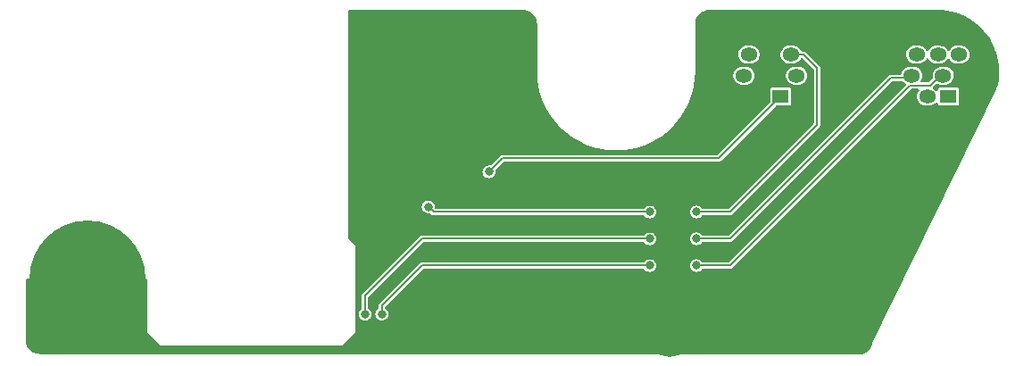
<source format=gbr>
%TF.GenerationSoftware,KiCad,Pcbnew,7.0.1-0*%
%TF.CreationDate,2023-05-18T00:20:13+08:00*%
%TF.ProjectId,FT817-BT-JDY67,46543831-372d-4425-942d-4a445936372e,20230517*%
%TF.SameCoordinates,Original*%
%TF.FileFunction,Copper,L2,Bot*%
%TF.FilePolarity,Positive*%
%FSLAX46Y46*%
G04 Gerber Fmt 4.6, Leading zero omitted, Abs format (unit mm)*
G04 Created by KiCad (PCBNEW 7.0.1-0) date 2023-05-18 00:20:13*
%MOMM*%
%LPD*%
G01*
G04 APERTURE LIST*
%TA.AperFunction,ComponentPad*%
%ADD10O,4.000000X1.800000*%
%TD*%
%TA.AperFunction,ComponentPad*%
%ADD11R,1.600000X1.300000*%
%TD*%
%TA.AperFunction,ComponentPad*%
%ADD12O,1.600000X1.300000*%
%TD*%
%TA.AperFunction,ComponentPad*%
%ADD13C,10.000000*%
%TD*%
%TA.AperFunction,ConnectorPad*%
%ADD14C,11.000000*%
%TD*%
%TA.AperFunction,ComponentPad*%
%ADD15C,3.100000*%
%TD*%
%TA.AperFunction,ConnectorPad*%
%ADD16C,4.700000*%
%TD*%
%TA.AperFunction,ViaPad*%
%ADD17C,0.800000*%
%TD*%
%TA.AperFunction,Conductor*%
%ADD18C,0.200000*%
%TD*%
G04 APERTURE END LIST*
D10*
%TO.P,J1009,*%
%TO.N,GND*%
X177840000Y-64815000D03*
D11*
%TO.P,J1009,1*%
%TO.N,+13.8V*%
X178840000Y-71615000D03*
D12*
%TO.P,J1009,2*%
%TO.N,TX GND*%
X176840000Y-71615000D03*
%TO.P,J1009,3*%
%TO.N,GND*%
X180340000Y-69615000D03*
%TO.P,J1009,4*%
%TO.N,TX D*%
X178340000Y-69615000D03*
%TO.P,J1009,5*%
%TO.N,RX D*%
X175340000Y-69615000D03*
%TO.P,J1009,6*%
%TO.N,BAND DATA*%
X179840000Y-67615000D03*
%TO.P,J1009,7*%
%TO.N,ALC*%
X177840000Y-67615000D03*
%TO.P,J1009,8*%
%TO.N,TX INH*%
X175840000Y-67615000D03*
%TD*%
D13*
%TO.P,H3,1,1*%
%TO.N,GND*%
X97155000Y-88900000D03*
D14*
X97155000Y-88900000D03*
%TD*%
D10*
%TO.P,J1010,*%
%TO.N,GND*%
X161925000Y-64815000D03*
D11*
%TO.P,J1010,1*%
%TO.N,DATA IN*%
X162925000Y-71615000D03*
D12*
%TO.P,J1010,2*%
%TO.N,GND*%
X160925000Y-71615000D03*
%TO.P,J1010,3*%
%TO.N,PTT*%
X164425000Y-69615000D03*
%TO.P,J1010,4*%
%TO.N,DATA OUT 9600bps*%
X159425000Y-69615000D03*
%TO.P,J1010,5*%
%TO.N,DATA OUT 1200bps*%
X163925000Y-67615000D03*
%TO.P,J1010,6*%
%TO.N,SQL*%
X159925000Y-67615000D03*
%TD*%
D15*
%TO.P,H2,1,1*%
%TO.N,GND*%
X152400000Y-93980000D03*
D16*
X152400000Y-93980000D03*
%TD*%
D15*
%TO.P,H1,1,1*%
%TO.N,GND*%
X134620000Y-66040000D03*
D16*
X134620000Y-66040000D03*
%TD*%
D17*
%TO.N,Net-(U1-TXD)*%
X150495000Y-85090000D03*
X123502000Y-92252000D03*
%TO.N,Net-(U1-RXD)*%
X125095000Y-92252000D03*
X150495000Y-87630000D03*
%TO.N,Net-(U1-MIC-P)*%
X150495000Y-82550000D03*
X129498000Y-82050000D03*
%TO.N,TX D*%
X154940000Y-87630000D03*
%TO.N,RX D*%
X154940000Y-85090000D03*
%TO.N,DATA IN*%
X135255000Y-78740000D03*
%TO.N,DATA OUT 1200bps*%
X154940000Y-82550000D03*
%TO.N,GND*%
X141605000Y-88900000D03*
X129540000Y-88900000D03*
X133350000Y-95250000D03*
X151765000Y-76200000D03*
X159385000Y-88900000D03*
X168275000Y-70485000D03*
X147955000Y-81280000D03*
X158750000Y-78105000D03*
X122555000Y-67945000D03*
X156210000Y-91440000D03*
X167640000Y-76835000D03*
X173355000Y-66675000D03*
X176530000Y-80010000D03*
X154940000Y-78740000D03*
X176530000Y-76200000D03*
X154305000Y-88900000D03*
X123825000Y-82550000D03*
X155575000Y-72390000D03*
X138430000Y-64770000D03*
X139065000Y-88900000D03*
X182245000Y-66675000D03*
X144780000Y-95427000D03*
X138430000Y-83820000D03*
X127635000Y-87630000D03*
X151130000Y-88900000D03*
X160020000Y-79375000D03*
X135255000Y-81280000D03*
X161925000Y-69215000D03*
X161290000Y-80645000D03*
X140970000Y-78740000D03*
X138430000Y-72390000D03*
X159385000Y-82550000D03*
X128270000Y-84455000D03*
X168275000Y-64770000D03*
X137160000Y-86360000D03*
X126365000Y-82550000D03*
X122555000Y-64135000D03*
X132715000Y-81280000D03*
X127000000Y-95250000D03*
X163830000Y-86360000D03*
X127000000Y-64135000D03*
X142875000Y-76200000D03*
X147955000Y-83820000D03*
X144780000Y-88900000D03*
X138430000Y-67945000D03*
X156845000Y-75565000D03*
X171450000Y-64770000D03*
X137795000Y-81280000D03*
X147955000Y-88900000D03*
X126365000Y-88900000D03*
X135890000Y-88900000D03*
X160655000Y-83820000D03*
X182880000Y-69215000D03*
X123825000Y-86995000D03*
X170815000Y-76200000D03*
X130175000Y-86360000D03*
X161925000Y-85090000D03*
X156845000Y-88900000D03*
X123825000Y-75565000D03*
X174625000Y-73660000D03*
X170815000Y-94615000D03*
X146050000Y-78740000D03*
X126365000Y-70485000D03*
X156845000Y-83820000D03*
X179070000Y-75565000D03*
X166370000Y-75565000D03*
X150495000Y-78740000D03*
X122555000Y-70485000D03*
X172085000Y-72390000D03*
X168275000Y-73025000D03*
X158750000Y-94615000D03*
X172720000Y-89535000D03*
X163830000Y-78105000D03*
X170180000Y-74295000D03*
X127635000Y-90805000D03*
X156845000Y-86360000D03*
X163830000Y-83185000D03*
X160020000Y-86995000D03*
X131445000Y-70485000D03*
X166370000Y-94615000D03*
X159385000Y-91440000D03*
X132080000Y-83820000D03*
X162560000Y-81915000D03*
X140335000Y-81280000D03*
X162560000Y-76835000D03*
X166370000Y-80645000D03*
X135255000Y-77470000D03*
X156845000Y-81280000D03*
X156210000Y-64770000D03*
X135255000Y-83820000D03*
X163195000Y-93980000D03*
X144780000Y-86360000D03*
X182245000Y-71755000D03*
X133985000Y-86360000D03*
X139700000Y-91440000D03*
X144780000Y-81280000D03*
X140335000Y-86360000D03*
X148590000Y-86360000D03*
X132080000Y-88900000D03*
X172085000Y-92075000D03*
X158750000Y-85725000D03*
X175260000Y-85090000D03*
X128905000Y-70485000D03*
X123190000Y-95250000D03*
X165100000Y-79375000D03*
X130175000Y-64135000D03*
X148590000Y-91440000D03*
X139700000Y-95250000D03*
X155575000Y-67945000D03*
X161290000Y-75565000D03*
X130810000Y-76835000D03*
X141605000Y-83820000D03*
X144780000Y-83820000D03*
X139700000Y-76200000D03*
%TD*%
D18*
%TO.N,Net-(U1-TXD)*%
X128905000Y-85090000D02*
X123502000Y-90493000D01*
X150495000Y-85090000D02*
X128905000Y-85090000D01*
X123502000Y-90493000D02*
X123502000Y-92252000D01*
%TO.N,Net-(U1-RXD)*%
X125095000Y-91440000D02*
X125095000Y-92252000D01*
X150495000Y-87630000D02*
X128905000Y-87630000D01*
X128905000Y-87630000D02*
X125095000Y-91440000D01*
%TO.N,Net-(U1-MIC-P)*%
X129998000Y-82550000D02*
X129498000Y-82050000D01*
X150495000Y-82550000D02*
X129998000Y-82550000D01*
%TO.N,TX D*%
X177085000Y-70565000D02*
X178035000Y-69615000D01*
X175180000Y-70565000D02*
X177085000Y-70565000D01*
X158115000Y-87630000D02*
X175180000Y-70565000D01*
X154940000Y-87630000D02*
X158115000Y-87630000D01*
%TO.N,RX D*%
X154940000Y-85090000D02*
X158115000Y-85090000D01*
X173355000Y-69850000D02*
X175105000Y-69850000D01*
X158115000Y-85090000D02*
X173355000Y-69850000D01*
%TO.N,DATA IN*%
X136525000Y-77470000D02*
X157070000Y-77470000D01*
X135255000Y-78740000D02*
X136525000Y-77470000D01*
X157070000Y-77470000D02*
X162925000Y-71615000D01*
%TO.N,DATA OUT 1200bps*%
X158115000Y-82550000D02*
X166370000Y-74295000D01*
X165087500Y-67615000D02*
X163925000Y-67615000D01*
X166370000Y-74295000D02*
X166370000Y-68897500D01*
X154940000Y-82550000D02*
X158115000Y-82550000D01*
X166370000Y-68897500D02*
X165087500Y-67615000D01*
%TD*%
%TA.AperFunction,Conductor*%
%TO.N,GND*%
G36*
X138434853Y-63365881D02*
G01*
X138639988Y-63382026D01*
X138659197Y-63385069D01*
X138854531Y-63431964D01*
X138873024Y-63437973D01*
X138997422Y-63489500D01*
X139058615Y-63514847D01*
X139075952Y-63523681D01*
X139247221Y-63628636D01*
X139262962Y-63640073D01*
X139415709Y-63770531D01*
X139429468Y-63784290D01*
X139559926Y-63937037D01*
X139571363Y-63952778D01*
X139676318Y-64124047D01*
X139685152Y-64141384D01*
X139762024Y-64326969D01*
X139768037Y-64345475D01*
X139814929Y-64540797D01*
X139817973Y-64560015D01*
X139834118Y-64765146D01*
X139834500Y-64774875D01*
X139834500Y-69482346D01*
X139872643Y-70015670D01*
X139948738Y-70544927D01*
X140062394Y-71067391D01*
X140213034Y-71580423D01*
X140399892Y-72081410D01*
X140622005Y-72567770D01*
X140878262Y-73037068D01*
X141167331Y-73486869D01*
X141487757Y-73914908D01*
X141837915Y-74319012D01*
X142215987Y-74697084D01*
X142215994Y-74697090D01*
X142618215Y-75045617D01*
X142620091Y-75047242D01*
X143048130Y-75367668D01*
X143497931Y-75656737D01*
X143967229Y-75912994D01*
X144453589Y-76135107D01*
X144453596Y-76135109D01*
X144453597Y-76135110D01*
X144954575Y-76321965D01*
X145467607Y-76472605D01*
X145685021Y-76519900D01*
X145990072Y-76586261D01*
X145990076Y-76586261D01*
X145990078Y-76586262D01*
X146519326Y-76662356D01*
X146919322Y-76690964D01*
X147052654Y-76700500D01*
X147052655Y-76700500D01*
X147587345Y-76700500D01*
X147587346Y-76700500D01*
X147717140Y-76691217D01*
X148120674Y-76662356D01*
X148649922Y-76586262D01*
X149172393Y-76472605D01*
X149685425Y-76321965D01*
X150186403Y-76135110D01*
X150186410Y-76135107D01*
X150672770Y-75912994D01*
X150827967Y-75828250D01*
X151142062Y-75656741D01*
X151591872Y-75367666D01*
X152019914Y-75047238D01*
X152424006Y-74697090D01*
X152802090Y-74319006D01*
X153152238Y-73914914D01*
X153472666Y-73486872D01*
X153761741Y-73037062D01*
X154017991Y-72567775D01*
X154017994Y-72567770D01*
X154240107Y-72081410D01*
X154240110Y-72081403D01*
X154426965Y-71580425D01*
X154577605Y-71067393D01*
X154691262Y-70544922D01*
X154767356Y-70015674D01*
X154799325Y-69568685D01*
X158420740Y-69568685D01*
X158430754Y-69753407D01*
X158480245Y-69931658D01*
X158566899Y-70095103D01*
X158686663Y-70236100D01*
X158833936Y-70348055D01*
X159001830Y-70425731D01*
X159001831Y-70425731D01*
X159001833Y-70425732D01*
X159182503Y-70465500D01*
X159621113Y-70465500D01*
X159621115Y-70465500D01*
X159704080Y-70456477D01*
X159758910Y-70450514D01*
X159934221Y-70391444D01*
X160092736Y-70296070D01*
X160227041Y-70168849D01*
X160330858Y-70015730D01*
X160399331Y-69843875D01*
X160429260Y-69661317D01*
X160424238Y-69568685D01*
X163420740Y-69568685D01*
X163430754Y-69753407D01*
X163480245Y-69931658D01*
X163566899Y-70095103D01*
X163686663Y-70236100D01*
X163833936Y-70348055D01*
X164001830Y-70425731D01*
X164001831Y-70425731D01*
X164001833Y-70425732D01*
X164182503Y-70465500D01*
X164621113Y-70465500D01*
X164621115Y-70465500D01*
X164704080Y-70456477D01*
X164758910Y-70450514D01*
X164934221Y-70391444D01*
X165092736Y-70296070D01*
X165227041Y-70168849D01*
X165330858Y-70015730D01*
X165399331Y-69843875D01*
X165429260Y-69661317D01*
X165419245Y-69476593D01*
X165369754Y-69298341D01*
X165283100Y-69134896D01*
X165163337Y-68993900D01*
X165152487Y-68985652D01*
X165016063Y-68881944D01*
X164848169Y-68804268D01*
X164667497Y-68764500D01*
X164228887Y-68764500D01*
X164228885Y-68764500D01*
X164091091Y-68779485D01*
X163915779Y-68838556D01*
X163757262Y-68933931D01*
X163622960Y-69061149D01*
X163519140Y-69214272D01*
X163450669Y-69386121D01*
X163435837Y-69476593D01*
X163421701Y-69562825D01*
X163420740Y-69568685D01*
X160424238Y-69568685D01*
X160419245Y-69476593D01*
X160369754Y-69298341D01*
X160283100Y-69134896D01*
X160163337Y-68993900D01*
X160152487Y-68985652D01*
X160016063Y-68881944D01*
X159848169Y-68804268D01*
X159667497Y-68764500D01*
X159228887Y-68764500D01*
X159228885Y-68764500D01*
X159091091Y-68779485D01*
X158915779Y-68838556D01*
X158757262Y-68933931D01*
X158622960Y-69061149D01*
X158519140Y-69214272D01*
X158450669Y-69386121D01*
X158435837Y-69476593D01*
X158421701Y-69562825D01*
X158420740Y-69568685D01*
X154799325Y-69568685D01*
X154800697Y-69549500D01*
X154805500Y-69482346D01*
X154805500Y-67568685D01*
X158920740Y-67568685D01*
X158930754Y-67753407D01*
X158980245Y-67931658D01*
X159066899Y-68095103D01*
X159186663Y-68236100D01*
X159333936Y-68348055D01*
X159501830Y-68425731D01*
X159501831Y-68425731D01*
X159501833Y-68425732D01*
X159682503Y-68465500D01*
X160121113Y-68465500D01*
X160121115Y-68465500D01*
X160190011Y-68458007D01*
X160258910Y-68450514D01*
X160434221Y-68391444D01*
X160592736Y-68296070D01*
X160727041Y-68168849D01*
X160830858Y-68015730D01*
X160899331Y-67843875D01*
X160929260Y-67661317D01*
X160919245Y-67476593D01*
X160885508Y-67355084D01*
X160869754Y-67298341D01*
X160783100Y-67134896D01*
X160663336Y-66993899D01*
X160516063Y-66881944D01*
X160348169Y-66804268D01*
X160167497Y-66764500D01*
X159728887Y-66764500D01*
X159728885Y-66764500D01*
X159591091Y-66779485D01*
X159415779Y-66838556D01*
X159257262Y-66933931D01*
X159122960Y-67061149D01*
X159019140Y-67214272D01*
X158950669Y-67386121D01*
X158920740Y-67568685D01*
X154805500Y-67568685D01*
X154805500Y-64774875D01*
X154805882Y-64765146D01*
X154808501Y-64731873D01*
X154822026Y-64560009D01*
X154825068Y-64540803D01*
X154871965Y-64345464D01*
X154877971Y-64326979D01*
X154954848Y-64141380D01*
X154963681Y-64124047D01*
X155045587Y-63990391D01*
X155068637Y-63952776D01*
X155080073Y-63937037D01*
X155210531Y-63784290D01*
X155224290Y-63770531D01*
X155377037Y-63640073D01*
X155392778Y-63628636D01*
X155564050Y-63523679D01*
X155581380Y-63514848D01*
X155766979Y-63437971D01*
X155785464Y-63431965D01*
X155980803Y-63385068D01*
X156000009Y-63382026D01*
X156205146Y-63365881D01*
X156214875Y-63365500D01*
X156275892Y-63365500D01*
X177734108Y-63365500D01*
X177797586Y-63365500D01*
X177802395Y-63365592D01*
X178248637Y-63382914D01*
X178258203Y-63383659D01*
X178699355Y-63435237D01*
X178708854Y-63436723D01*
X179144684Y-63522345D01*
X179154018Y-63524558D01*
X179581913Y-63643709D01*
X179591036Y-63646635D01*
X180008411Y-63798598D01*
X180017291Y-63802227D01*
X180421621Y-63986080D01*
X180430187Y-63990383D01*
X180819064Y-64205035D01*
X180827274Y-64209992D01*
X181198329Y-64454133D01*
X181206141Y-64459719D01*
X181557148Y-64731884D01*
X181564476Y-64738035D01*
X181893352Y-65036607D01*
X181900211Y-65043338D01*
X182204921Y-65366474D01*
X182211243Y-65373723D01*
X182489994Y-65719513D01*
X182495736Y-65727230D01*
X182746832Y-66093568D01*
X182751959Y-66101707D01*
X182973915Y-66486431D01*
X182978395Y-66494943D01*
X183126173Y-66804268D01*
X183169850Y-66895690D01*
X183173657Y-66904524D01*
X183234064Y-67061152D01*
X183331772Y-67314500D01*
X183333478Y-67318922D01*
X183336588Y-67328022D01*
X183352972Y-67382826D01*
X183463807Y-67753571D01*
X183466202Y-67762887D01*
X183560047Y-68196989D01*
X183561714Y-68206463D01*
X183621628Y-68646554D01*
X183622555Y-68656128D01*
X183648175Y-69099535D01*
X183648357Y-69109153D01*
X183639529Y-69553223D01*
X183638964Y-69562825D01*
X183595743Y-70004839D01*
X183594437Y-70014369D01*
X183517076Y-70451741D01*
X183515034Y-70461142D01*
X183414136Y-70851946D01*
X183405543Y-70875265D01*
X171652899Y-94994176D01*
X171644911Y-95008178D01*
X171631021Y-95029216D01*
X171623201Y-95052676D01*
X171620792Y-95058578D01*
X171611493Y-95087543D01*
X171608212Y-95096549D01*
X171537796Y-95268841D01*
X171530594Y-95283591D01*
X171439540Y-95442452D01*
X171430453Y-95456122D01*
X171319209Y-95601571D01*
X171308396Y-95613920D01*
X171178920Y-95743396D01*
X171166571Y-95754209D01*
X171021122Y-95865453D01*
X171007452Y-95874540D01*
X170848593Y-95965593D01*
X170833844Y-95972795D01*
X170742122Y-96010283D01*
X170695209Y-96019500D01*
X92714875Y-96019500D01*
X92705146Y-96019118D01*
X92500015Y-96002973D01*
X92480797Y-95999929D01*
X92285475Y-95953037D01*
X92266969Y-95947024D01*
X92081384Y-95870152D01*
X92064047Y-95861318D01*
X91892778Y-95756363D01*
X91877037Y-95744926D01*
X91724290Y-95614468D01*
X91710531Y-95600709D01*
X91580073Y-95447962D01*
X91568636Y-95432221D01*
X91463681Y-95260952D01*
X91454847Y-95243615D01*
X91441298Y-95210906D01*
X91377973Y-95058024D01*
X91371964Y-95039531D01*
X91325069Y-94844197D01*
X91322026Y-94824984D01*
X91316951Y-94760506D01*
X91305881Y-94619853D01*
X91305500Y-94610125D01*
X91305500Y-89024000D01*
X91322113Y-88962000D01*
X91367500Y-88916613D01*
X91429500Y-88900000D01*
X102746000Y-88900000D01*
X102808000Y-88916613D01*
X102853387Y-88962000D01*
X102870000Y-89024000D01*
X102870000Y-93980000D01*
X104140000Y-95250000D01*
X121285000Y-95250000D01*
X122555000Y-93980000D01*
X122555000Y-92251999D01*
X122896317Y-92251999D01*
X122916956Y-92408762D01*
X122977463Y-92554840D01*
X123073717Y-92680282D01*
X123199159Y-92776536D01*
X123345238Y-92837044D01*
X123502000Y-92857682D01*
X123658762Y-92837044D01*
X123804841Y-92776536D01*
X123930282Y-92680282D01*
X124026536Y-92554841D01*
X124087044Y-92408762D01*
X124107682Y-92252000D01*
X124107682Y-92251999D01*
X124489317Y-92251999D01*
X124509956Y-92408762D01*
X124570463Y-92554840D01*
X124666717Y-92680282D01*
X124792159Y-92776536D01*
X124938238Y-92837044D01*
X125095000Y-92857682D01*
X125251762Y-92837044D01*
X125397841Y-92776536D01*
X125523282Y-92680282D01*
X125619536Y-92554841D01*
X125680044Y-92408762D01*
X125700682Y-92252000D01*
X125680044Y-92095238D01*
X125619536Y-91949159D01*
X125523282Y-91823718D01*
X125444013Y-91762893D01*
X125408288Y-91719362D01*
X125395500Y-91664518D01*
X125395500Y-91615833D01*
X125404939Y-91568380D01*
X125431819Y-91528152D01*
X128993153Y-87966819D01*
X129033381Y-87939939D01*
X129080834Y-87930500D01*
X149907518Y-87930500D01*
X149962362Y-87943288D01*
X150005893Y-87979013D01*
X150066718Y-88058282D01*
X150192159Y-88154536D01*
X150338238Y-88215044D01*
X150495000Y-88235682D01*
X150651762Y-88215044D01*
X150797841Y-88154536D01*
X150923282Y-88058282D01*
X151019536Y-87932841D01*
X151080044Y-87786762D01*
X151100682Y-87630000D01*
X151100682Y-87629999D01*
X154334317Y-87629999D01*
X154354956Y-87786762D01*
X154415463Y-87932840D01*
X154511717Y-88058282D01*
X154637158Y-88154535D01*
X154637159Y-88154536D01*
X154783238Y-88215044D01*
X154940000Y-88235682D01*
X155096762Y-88215044D01*
X155242841Y-88154536D01*
X155368282Y-88058282D01*
X155429106Y-87979013D01*
X155472638Y-87943288D01*
X155527482Y-87930500D01*
X158045757Y-87930500D01*
X158062577Y-87933243D01*
X158072762Y-87932772D01*
X158072765Y-87932773D01*
X158119080Y-87930631D01*
X158124805Y-87930500D01*
X158143824Y-87930500D01*
X158158318Y-87928817D01*
X158184992Y-87927585D01*
X158191330Y-87924786D01*
X158218633Y-87916332D01*
X158225433Y-87915061D01*
X158248143Y-87900998D01*
X158263325Y-87892996D01*
X158287765Y-87882206D01*
X158292659Y-87877311D01*
X158315063Y-87859564D01*
X158320952Y-87855919D01*
X158337053Y-87834595D01*
X158348313Y-87821656D01*
X175268151Y-70901819D01*
X175308380Y-70874939D01*
X175355833Y-70865500D01*
X175936724Y-70865500D01*
X176000653Y-70883250D01*
X176046279Y-70931417D01*
X176060542Y-70996213D01*
X176039358Y-71059087D01*
X175934140Y-71214271D01*
X175865669Y-71386121D01*
X175835740Y-71568685D01*
X175845754Y-71753407D01*
X175895245Y-71931658D01*
X175981899Y-72095103D01*
X176101663Y-72236100D01*
X176248936Y-72348055D01*
X176416830Y-72425731D01*
X176416831Y-72425731D01*
X176416833Y-72425732D01*
X176597503Y-72465500D01*
X177036113Y-72465500D01*
X177036115Y-72465500D01*
X177105011Y-72458006D01*
X177173910Y-72450514D01*
X177349221Y-72391444D01*
X177507736Y-72296070D01*
X177630224Y-72180042D01*
X177679746Y-72151332D01*
X177736885Y-72147923D01*
X177789468Y-72170542D01*
X177826288Y-72214369D01*
X177839500Y-72270065D01*
X177839500Y-72284749D01*
X177851132Y-72343230D01*
X177895447Y-72409552D01*
X177961769Y-72453867D01*
X178020251Y-72465500D01*
X178020252Y-72465500D01*
X179659748Y-72465500D01*
X179659749Y-72465500D01*
X179688989Y-72459683D01*
X179718231Y-72453867D01*
X179784552Y-72409552D01*
X179828867Y-72343231D01*
X179840500Y-72284748D01*
X179840500Y-70945252D01*
X179828867Y-70886769D01*
X179805599Y-70851946D01*
X179784552Y-70820447D01*
X179718230Y-70776132D01*
X179659749Y-70764500D01*
X179659748Y-70764500D01*
X178020252Y-70764500D01*
X178020251Y-70764500D01*
X177961769Y-70776132D01*
X177895447Y-70820447D01*
X177851132Y-70886769D01*
X177839500Y-70945251D01*
X177839500Y-70963841D01*
X177825056Y-71021924D01*
X177785087Y-71066474D01*
X177728907Y-71087114D01*
X177669603Y-71079034D01*
X177620992Y-71044117D01*
X177578336Y-70993899D01*
X177431061Y-70881943D01*
X177429550Y-70881244D01*
X177383415Y-70844412D01*
X177359539Y-70790421D01*
X177363335Y-70731508D01*
X177393940Y-70681029D01*
X177672684Y-70402285D01*
X177714466Y-70374775D01*
X177763722Y-70366013D01*
X177812427Y-70377428D01*
X177916833Y-70425732D01*
X178097503Y-70465500D01*
X178536113Y-70465500D01*
X178536115Y-70465500D01*
X178619080Y-70456477D01*
X178673910Y-70450514D01*
X178849221Y-70391444D01*
X179007736Y-70296070D01*
X179142041Y-70168849D01*
X179245858Y-70015730D01*
X179314331Y-69843875D01*
X179344260Y-69661317D01*
X179334245Y-69476593D01*
X179284754Y-69298341D01*
X179198100Y-69134896D01*
X179078337Y-68993900D01*
X179067487Y-68985652D01*
X178931063Y-68881944D01*
X178763169Y-68804268D01*
X178582497Y-68764500D01*
X178143887Y-68764500D01*
X178143885Y-68764500D01*
X178006091Y-68779485D01*
X177830779Y-68838556D01*
X177672262Y-68933931D01*
X177537960Y-69061149D01*
X177434140Y-69214272D01*
X177365669Y-69386121D01*
X177350837Y-69476593D01*
X177336701Y-69562825D01*
X177335740Y-69568685D01*
X177345754Y-69753407D01*
X177353754Y-69782218D01*
X177354192Y-69846944D01*
X177321955Y-69903072D01*
X176996845Y-70228183D01*
X176956620Y-70255061D01*
X176909167Y-70264500D01*
X176311077Y-70264500D01*
X176247148Y-70246750D01*
X176201522Y-70198583D01*
X176187259Y-70133787D01*
X176208444Y-70070913D01*
X176245858Y-70015731D01*
X176314330Y-69843878D01*
X176314330Y-69843877D01*
X176314331Y-69843875D01*
X176344260Y-69661317D01*
X176334245Y-69476593D01*
X176284754Y-69298341D01*
X176198100Y-69134896D01*
X176078337Y-68993900D01*
X176067487Y-68985652D01*
X175931063Y-68881944D01*
X175763169Y-68804268D01*
X175582497Y-68764500D01*
X175143887Y-68764500D01*
X175143885Y-68764500D01*
X175006091Y-68779485D01*
X174830779Y-68838556D01*
X174672262Y-68933931D01*
X174537960Y-69061149D01*
X174434140Y-69214272D01*
X174365669Y-69386122D01*
X174365669Y-69386125D01*
X174355924Y-69445563D01*
X174333614Y-69498746D01*
X174289655Y-69536086D01*
X174233559Y-69549500D01*
X173424244Y-69549500D01*
X173407423Y-69546756D01*
X173364309Y-69548749D01*
X173350920Y-69549368D01*
X173345196Y-69549500D01*
X173326183Y-69549500D01*
X173311695Y-69551181D01*
X173285005Y-69552415D01*
X173278666Y-69555214D01*
X173251379Y-69563664D01*
X173244568Y-69564937D01*
X173221856Y-69578999D01*
X173206673Y-69587002D01*
X173182234Y-69597793D01*
X173177337Y-69602691D01*
X173154940Y-69620432D01*
X173149047Y-69624081D01*
X173132950Y-69645396D01*
X173121679Y-69658348D01*
X158026848Y-84753181D01*
X157986620Y-84780061D01*
X157939167Y-84789500D01*
X155527482Y-84789500D01*
X155472638Y-84776712D01*
X155429106Y-84740986D01*
X155368281Y-84661717D01*
X155242840Y-84565463D01*
X155096762Y-84504956D01*
X154940000Y-84484317D01*
X154783237Y-84504956D01*
X154637159Y-84565463D01*
X154511717Y-84661717D01*
X154415463Y-84787159D01*
X154354956Y-84933237D01*
X154334317Y-85089999D01*
X154354956Y-85246762D01*
X154415463Y-85392840D01*
X154511717Y-85518282D01*
X154637158Y-85614535D01*
X154637159Y-85614536D01*
X154783238Y-85675044D01*
X154940000Y-85695682D01*
X155096762Y-85675044D01*
X155242841Y-85614536D01*
X155368282Y-85518282D01*
X155429106Y-85439013D01*
X155472638Y-85403288D01*
X155527482Y-85390500D01*
X158045757Y-85390500D01*
X158062577Y-85393243D01*
X158072762Y-85392772D01*
X158072765Y-85392773D01*
X158119080Y-85390631D01*
X158124805Y-85390500D01*
X158143824Y-85390500D01*
X158158318Y-85388817D01*
X158184992Y-85387585D01*
X158191330Y-85384786D01*
X158218633Y-85376332D01*
X158225433Y-85375061D01*
X158248143Y-85360998D01*
X158263325Y-85352996D01*
X158287765Y-85342206D01*
X158292659Y-85337311D01*
X158315063Y-85319564D01*
X158320952Y-85315919D01*
X158337053Y-85294595D01*
X158348313Y-85281656D01*
X173443151Y-70186819D01*
X173483380Y-70159939D01*
X173530833Y-70150500D01*
X174471585Y-70150500D01*
X174523651Y-70161961D01*
X174566093Y-70194224D01*
X174601663Y-70236100D01*
X174759672Y-70356216D01*
X174758089Y-70358298D01*
X174786322Y-70380834D01*
X174810202Y-70434826D01*
X174806408Y-70493742D01*
X174775800Y-70544226D01*
X158026848Y-87293181D01*
X157986620Y-87320061D01*
X157939167Y-87329500D01*
X155527482Y-87329500D01*
X155472638Y-87316712D01*
X155429106Y-87280986D01*
X155368281Y-87201717D01*
X155242840Y-87105463D01*
X155096762Y-87044956D01*
X154940000Y-87024317D01*
X154783237Y-87044956D01*
X154637159Y-87105463D01*
X154511717Y-87201717D01*
X154415463Y-87327159D01*
X154354956Y-87473237D01*
X154334317Y-87629999D01*
X151100682Y-87629999D01*
X151080044Y-87473238D01*
X151019536Y-87327159D01*
X150993464Y-87293181D01*
X150923282Y-87201717D01*
X150797840Y-87105463D01*
X150651762Y-87044956D01*
X150495000Y-87024317D01*
X150338237Y-87044956D01*
X150192159Y-87105463D01*
X150066718Y-87201717D01*
X150005894Y-87280986D01*
X149962362Y-87316712D01*
X149907518Y-87329500D01*
X128974244Y-87329500D01*
X128957423Y-87326756D01*
X128914309Y-87328749D01*
X128900920Y-87329368D01*
X128895196Y-87329500D01*
X128876183Y-87329500D01*
X128861695Y-87331181D01*
X128835005Y-87332415D01*
X128828666Y-87335214D01*
X128801379Y-87343664D01*
X128794568Y-87344937D01*
X128771856Y-87358999D01*
X128756673Y-87367002D01*
X128732234Y-87377793D01*
X128727337Y-87382691D01*
X128704940Y-87400432D01*
X128699047Y-87404081D01*
X128682950Y-87425396D01*
X128671679Y-87438348D01*
X124931475Y-91178552D01*
X124917639Y-91188508D01*
X124879523Y-91230318D01*
X124875573Y-91234454D01*
X124862141Y-91247886D01*
X124853087Y-91259317D01*
X124835083Y-91279067D01*
X124832578Y-91285534D01*
X124819259Y-91310802D01*
X124815343Y-91316518D01*
X124809228Y-91342517D01*
X124804151Y-91358913D01*
X124794500Y-91383827D01*
X124794500Y-91390751D01*
X124791206Y-91419144D01*
X124789621Y-91425881D01*
X124793311Y-91452332D01*
X124794500Y-91469465D01*
X124794500Y-91664518D01*
X124781712Y-91719362D01*
X124745986Y-91762894D01*
X124666717Y-91823718D01*
X124570463Y-91949159D01*
X124509956Y-92095237D01*
X124489317Y-92251999D01*
X124107682Y-92251999D01*
X124087044Y-92095238D01*
X124026536Y-91949159D01*
X123930282Y-91823718D01*
X123851013Y-91762893D01*
X123815288Y-91719362D01*
X123802500Y-91664518D01*
X123802500Y-90668833D01*
X123811939Y-90621380D01*
X123838819Y-90581152D01*
X128993152Y-85426819D01*
X129033380Y-85399939D01*
X129080833Y-85390500D01*
X149907518Y-85390500D01*
X149962362Y-85403288D01*
X150005893Y-85439013D01*
X150066718Y-85518282D01*
X150192159Y-85614536D01*
X150338238Y-85675044D01*
X150495000Y-85695682D01*
X150651762Y-85675044D01*
X150797841Y-85614536D01*
X150923282Y-85518282D01*
X151019536Y-85392841D01*
X151080044Y-85246762D01*
X151100682Y-85090000D01*
X151080044Y-84933238D01*
X151019536Y-84787159D01*
X150993464Y-84753181D01*
X150923282Y-84661717D01*
X150797840Y-84565463D01*
X150651762Y-84504956D01*
X150495000Y-84484317D01*
X150338237Y-84504956D01*
X150192159Y-84565463D01*
X150066718Y-84661717D01*
X150005894Y-84740986D01*
X149962362Y-84776712D01*
X149907518Y-84789500D01*
X128974244Y-84789500D01*
X128957423Y-84786756D01*
X128914309Y-84788749D01*
X128900920Y-84789368D01*
X128895196Y-84789500D01*
X128876183Y-84789500D01*
X128861695Y-84791181D01*
X128835005Y-84792415D01*
X128828666Y-84795214D01*
X128801379Y-84803664D01*
X128794568Y-84804937D01*
X128771856Y-84818999D01*
X128756673Y-84827002D01*
X128732234Y-84837793D01*
X128727337Y-84842691D01*
X128704940Y-84860432D01*
X128699047Y-84864081D01*
X128682950Y-84885396D01*
X128671679Y-84898348D01*
X123338475Y-90231552D01*
X123324639Y-90241508D01*
X123286523Y-90283318D01*
X123282573Y-90287454D01*
X123269141Y-90300886D01*
X123260087Y-90312317D01*
X123242083Y-90332067D01*
X123239578Y-90338534D01*
X123226259Y-90363802D01*
X123222343Y-90369518D01*
X123216228Y-90395517D01*
X123211151Y-90411913D01*
X123201500Y-90436827D01*
X123201500Y-90443751D01*
X123198206Y-90472144D01*
X123196621Y-90478881D01*
X123200311Y-90505332D01*
X123201500Y-90522465D01*
X123201500Y-91664518D01*
X123188712Y-91719362D01*
X123152986Y-91762894D01*
X123073717Y-91823718D01*
X122977463Y-91949159D01*
X122916956Y-92095237D01*
X122896317Y-92251999D01*
X122555000Y-92251999D01*
X122555000Y-85725000D01*
X121956319Y-85126319D01*
X121929439Y-85086091D01*
X121920000Y-85038638D01*
X121920000Y-82049999D01*
X128892317Y-82049999D01*
X128912956Y-82206762D01*
X128973463Y-82352840D01*
X129069717Y-82478282D01*
X129163183Y-82550000D01*
X129195159Y-82574536D01*
X129341238Y-82635044D01*
X129477361Y-82652964D01*
X129497999Y-82655682D01*
X129497999Y-82655681D01*
X129498000Y-82655682D01*
X129597062Y-82642640D01*
X129653104Y-82648160D01*
X129700927Y-82677898D01*
X129736550Y-82713521D01*
X129746507Y-82727358D01*
X129754041Y-82734226D01*
X129754042Y-82734228D01*
X129767429Y-82746432D01*
X129788316Y-82765474D01*
X129792457Y-82769429D01*
X129805888Y-82782860D01*
X129817328Y-82791922D01*
X129837065Y-82809915D01*
X129837066Y-82809915D01*
X129837067Y-82809916D01*
X129843526Y-82812418D01*
X129868809Y-82825745D01*
X129874520Y-82829657D01*
X129900517Y-82835771D01*
X129916908Y-82840846D01*
X129941827Y-82850500D01*
X129948752Y-82850500D01*
X129977142Y-82853794D01*
X129983881Y-82855379D01*
X130010332Y-82851689D01*
X130027464Y-82850500D01*
X149907518Y-82850500D01*
X149962362Y-82863288D01*
X150005893Y-82899013D01*
X150066718Y-82978282D01*
X150192159Y-83074536D01*
X150338238Y-83135044D01*
X150495000Y-83155682D01*
X150651762Y-83135044D01*
X150797841Y-83074536D01*
X150923282Y-82978282D01*
X151019536Y-82852841D01*
X151080044Y-82706762D01*
X151100682Y-82550000D01*
X151100682Y-82549999D01*
X154334317Y-82549999D01*
X154354956Y-82706762D01*
X154415463Y-82852840D01*
X154511717Y-82978282D01*
X154637159Y-83074536D01*
X154783238Y-83135044D01*
X154940000Y-83155682D01*
X155096762Y-83135044D01*
X155242841Y-83074536D01*
X155368282Y-82978282D01*
X155429106Y-82899013D01*
X155472638Y-82863288D01*
X155527482Y-82850500D01*
X158045757Y-82850500D01*
X158062577Y-82853243D01*
X158072762Y-82852772D01*
X158072765Y-82852773D01*
X158119080Y-82850631D01*
X158124805Y-82850500D01*
X158143824Y-82850500D01*
X158158318Y-82848817D01*
X158184992Y-82847585D01*
X158191330Y-82844786D01*
X158218633Y-82836332D01*
X158225433Y-82835061D01*
X158248143Y-82820998D01*
X158263325Y-82812996D01*
X158287765Y-82802206D01*
X158292659Y-82797311D01*
X158315063Y-82779564D01*
X158320952Y-82775919D01*
X158337053Y-82754595D01*
X158348313Y-82741656D01*
X166533518Y-74556451D01*
X166547353Y-74546498D01*
X166554225Y-74538959D01*
X166554228Y-74538958D01*
X166585488Y-74504666D01*
X166589379Y-74500590D01*
X166602174Y-74487797D01*
X166602178Y-74487790D01*
X166602867Y-74487102D01*
X166611922Y-74475671D01*
X166613536Y-74473900D01*
X166629916Y-74455933D01*
X166632415Y-74449479D01*
X166645743Y-74424192D01*
X166649657Y-74418481D01*
X166649658Y-74418477D01*
X166655773Y-74392479D01*
X166660850Y-74376081D01*
X166670500Y-74351173D01*
X166670500Y-74344248D01*
X166673794Y-74315858D01*
X166673819Y-74315749D01*
X166675379Y-74309119D01*
X166671689Y-74282667D01*
X166670500Y-74265536D01*
X166670500Y-68966744D01*
X166673243Y-68949923D01*
X166672772Y-68939737D01*
X166672773Y-68939736D01*
X166670631Y-68893420D01*
X166670500Y-68887696D01*
X166670500Y-68868678D01*
X166668817Y-68854180D01*
X166668095Y-68838556D01*
X166667585Y-68827509D01*
X166664786Y-68821171D01*
X166656332Y-68793867D01*
X166655061Y-68787068D01*
X166655061Y-68787067D01*
X166640997Y-68764353D01*
X166632994Y-68749169D01*
X166622206Y-68724735D01*
X166617310Y-68719839D01*
X166599563Y-68697433D01*
X166595919Y-68691548D01*
X166574602Y-68675450D01*
X166561648Y-68664177D01*
X165466156Y-67568685D01*
X174835740Y-67568685D01*
X174845754Y-67753407D01*
X174895245Y-67931658D01*
X174981899Y-68095103D01*
X175101663Y-68236100D01*
X175248936Y-68348055D01*
X175416830Y-68425731D01*
X175416831Y-68425731D01*
X175416833Y-68425732D01*
X175597503Y-68465500D01*
X176036113Y-68465500D01*
X176036115Y-68465500D01*
X176105011Y-68458007D01*
X176173910Y-68450514D01*
X176349221Y-68391444D01*
X176507736Y-68296070D01*
X176642041Y-68168849D01*
X176739051Y-68025768D01*
X176786588Y-67984268D01*
X176848396Y-67971538D01*
X176908465Y-67990875D01*
X176951239Y-68037272D01*
X176981900Y-68095104D01*
X177101663Y-68236100D01*
X177248936Y-68348055D01*
X177416830Y-68425731D01*
X177416831Y-68425731D01*
X177416833Y-68425732D01*
X177597503Y-68465500D01*
X178036113Y-68465500D01*
X178036115Y-68465500D01*
X178105011Y-68458007D01*
X178173910Y-68450514D01*
X178349221Y-68391444D01*
X178507736Y-68296070D01*
X178642041Y-68168849D01*
X178739051Y-68025768D01*
X178786588Y-67984268D01*
X178848396Y-67971538D01*
X178908465Y-67990875D01*
X178951239Y-68037272D01*
X178981900Y-68095104D01*
X179101663Y-68236100D01*
X179248936Y-68348055D01*
X179416830Y-68425731D01*
X179416831Y-68425731D01*
X179416833Y-68425732D01*
X179597503Y-68465500D01*
X180036113Y-68465500D01*
X180036115Y-68465500D01*
X180105011Y-68458007D01*
X180173910Y-68450514D01*
X180349221Y-68391444D01*
X180507736Y-68296070D01*
X180642041Y-68168849D01*
X180745858Y-68015730D01*
X180814331Y-67843875D01*
X180844260Y-67661317D01*
X180834245Y-67476593D01*
X180800508Y-67355084D01*
X180784754Y-67298341D01*
X180698100Y-67134896D01*
X180578336Y-66993899D01*
X180431063Y-66881944D01*
X180263169Y-66804268D01*
X180082497Y-66764500D01*
X179643887Y-66764500D01*
X179643885Y-66764500D01*
X179506091Y-66779485D01*
X179330779Y-66838556D01*
X179172262Y-66933931D01*
X179037957Y-67061152D01*
X178940948Y-67204230D01*
X178893410Y-67245731D01*
X178831602Y-67258461D01*
X178771533Y-67239123D01*
X178728760Y-67192726D01*
X178698100Y-67134896D01*
X178578336Y-66993899D01*
X178431063Y-66881944D01*
X178263169Y-66804268D01*
X178082497Y-66764500D01*
X177643887Y-66764500D01*
X177643885Y-66764500D01*
X177506091Y-66779485D01*
X177330779Y-66838556D01*
X177172262Y-66933931D01*
X177037957Y-67061152D01*
X176940948Y-67204230D01*
X176893410Y-67245731D01*
X176831602Y-67258461D01*
X176771533Y-67239123D01*
X176728760Y-67192726D01*
X176698100Y-67134896D01*
X176578336Y-66993899D01*
X176431063Y-66881944D01*
X176263169Y-66804268D01*
X176082497Y-66764500D01*
X175643887Y-66764500D01*
X175643885Y-66764500D01*
X175506091Y-66779485D01*
X175330779Y-66838556D01*
X175172262Y-66933931D01*
X175037960Y-67061149D01*
X174934140Y-67214272D01*
X174865669Y-67386121D01*
X174835740Y-67568685D01*
X165466156Y-67568685D01*
X165348950Y-67451479D01*
X165338997Y-67437645D01*
X165297181Y-67399524D01*
X165293040Y-67395569D01*
X165279610Y-67382139D01*
X165268178Y-67373083D01*
X165248434Y-67355084D01*
X165241968Y-67352579D01*
X165216692Y-67339256D01*
X165210981Y-67335344D01*
X165210980Y-67335343D01*
X165210978Y-67335342D01*
X165184984Y-67329228D01*
X165168587Y-67324151D01*
X165143673Y-67314500D01*
X165136749Y-67314500D01*
X165108359Y-67311206D01*
X165101619Y-67309621D01*
X165101618Y-67309621D01*
X165090257Y-67311206D01*
X165075166Y-67313311D01*
X165058035Y-67314500D01*
X164952929Y-67314500D01*
X164889001Y-67296750D01*
X164843374Y-67248583D01*
X164783100Y-67134896D01*
X164663336Y-66993899D01*
X164516063Y-66881944D01*
X164348169Y-66804268D01*
X164167497Y-66764500D01*
X163728887Y-66764500D01*
X163728885Y-66764500D01*
X163591091Y-66779485D01*
X163415779Y-66838556D01*
X163257262Y-66933931D01*
X163122960Y-67061149D01*
X163019140Y-67214272D01*
X162950669Y-67386121D01*
X162920740Y-67568685D01*
X162930754Y-67753407D01*
X162980245Y-67931658D01*
X163066899Y-68095103D01*
X163186663Y-68236100D01*
X163333936Y-68348055D01*
X163501830Y-68425731D01*
X163501831Y-68425731D01*
X163501833Y-68425732D01*
X163682503Y-68465500D01*
X164121113Y-68465500D01*
X164121115Y-68465500D01*
X164190011Y-68458007D01*
X164258910Y-68450514D01*
X164434221Y-68391444D01*
X164592736Y-68296070D01*
X164727041Y-68168849D01*
X164830858Y-68015730D01*
X164830858Y-68015729D01*
X164838426Y-68004568D01*
X164840678Y-68006095D01*
X164862920Y-67975347D01*
X164917541Y-67948942D01*
X164978150Y-67951610D01*
X165030240Y-67982711D01*
X166033181Y-68985652D01*
X166060061Y-69025880D01*
X166069500Y-69073333D01*
X166069500Y-74119167D01*
X166060061Y-74166620D01*
X166033181Y-74206848D01*
X158026848Y-82213181D01*
X157986620Y-82240061D01*
X157939167Y-82249500D01*
X155527482Y-82249500D01*
X155472638Y-82236712D01*
X155429106Y-82200986D01*
X155368281Y-82121717D01*
X155242840Y-82025463D01*
X155096762Y-81964956D01*
X154940000Y-81944317D01*
X154783237Y-81964956D01*
X154637159Y-82025463D01*
X154511717Y-82121717D01*
X154415463Y-82247159D01*
X154354956Y-82393237D01*
X154334317Y-82549999D01*
X151100682Y-82549999D01*
X151080044Y-82393238D01*
X151019536Y-82247159D01*
X150990335Y-82209103D01*
X150923282Y-82121717D01*
X150797840Y-82025463D01*
X150651762Y-81964956D01*
X150495000Y-81944317D01*
X150338237Y-81964956D01*
X150192159Y-82025463D01*
X150066718Y-82121717D01*
X150005894Y-82200986D01*
X149962362Y-82236712D01*
X149907518Y-82249500D01*
X130218812Y-82249500D01*
X130152187Y-82230080D01*
X130106430Y-82177904D01*
X130095873Y-82109314D01*
X130103682Y-82049999D01*
X130100452Y-82025463D01*
X130083044Y-81893238D01*
X130022536Y-81747159D01*
X130022535Y-81747158D01*
X129926282Y-81621717D01*
X129800840Y-81525463D01*
X129654762Y-81464956D01*
X129498000Y-81444317D01*
X129341237Y-81464956D01*
X129195159Y-81525463D01*
X129069717Y-81621717D01*
X128973463Y-81747159D01*
X128912956Y-81893237D01*
X128892317Y-82049999D01*
X121920000Y-82049999D01*
X121920000Y-78739999D01*
X134649317Y-78739999D01*
X134669956Y-78896762D01*
X134730463Y-79042840D01*
X134826717Y-79168282D01*
X134943369Y-79257791D01*
X134952159Y-79264536D01*
X135098238Y-79325044D01*
X135255000Y-79345682D01*
X135411762Y-79325044D01*
X135557841Y-79264536D01*
X135683282Y-79168282D01*
X135779536Y-79042841D01*
X135840044Y-78896762D01*
X135860682Y-78740000D01*
X135847640Y-78640936D01*
X135853160Y-78584894D01*
X135882896Y-78537073D01*
X136613151Y-77806819D01*
X136653380Y-77779939D01*
X136700833Y-77770500D01*
X157000757Y-77770500D01*
X157017577Y-77773243D01*
X157027762Y-77772772D01*
X157027765Y-77772773D01*
X157074080Y-77770631D01*
X157079805Y-77770500D01*
X157098824Y-77770500D01*
X157113318Y-77768817D01*
X157139992Y-77767585D01*
X157146330Y-77764786D01*
X157173633Y-77756332D01*
X157180433Y-77755061D01*
X157203143Y-77740998D01*
X157218325Y-77732996D01*
X157242765Y-77722206D01*
X157247659Y-77717311D01*
X157270063Y-77699564D01*
X157275952Y-77695919D01*
X157292053Y-77674595D01*
X157303313Y-77661656D01*
X162463151Y-72501819D01*
X162503380Y-72474939D01*
X162550833Y-72465500D01*
X163744749Y-72465500D01*
X163773989Y-72459683D01*
X163803231Y-72453867D01*
X163869552Y-72409552D01*
X163913867Y-72343231D01*
X163925500Y-72284748D01*
X163925500Y-70945252D01*
X163913867Y-70886769D01*
X163890599Y-70851946D01*
X163869552Y-70820447D01*
X163803230Y-70776132D01*
X163744749Y-70764500D01*
X163744748Y-70764500D01*
X162105252Y-70764500D01*
X162105251Y-70764500D01*
X162046769Y-70776132D01*
X161980447Y-70820447D01*
X161936132Y-70886769D01*
X161924500Y-70945251D01*
X161924500Y-72139166D01*
X161915061Y-72186619D01*
X161888181Y-72226847D01*
X156981848Y-77133181D01*
X156941620Y-77160061D01*
X156894167Y-77169500D01*
X136594243Y-77169500D01*
X136577422Y-77166756D01*
X136534308Y-77168749D01*
X136520919Y-77169368D01*
X136515195Y-77169500D01*
X136496183Y-77169500D01*
X136481695Y-77171181D01*
X136455007Y-77172415D01*
X136448666Y-77175215D01*
X136421378Y-77183665D01*
X136414568Y-77184938D01*
X136391859Y-77198998D01*
X136376677Y-77207000D01*
X136352233Y-77217794D01*
X136347333Y-77222694D01*
X136324943Y-77240429D01*
X136319048Y-77244079D01*
X136302950Y-77265396D01*
X136291679Y-77278348D01*
X135457926Y-78112101D01*
X135410104Y-78141839D01*
X135354060Y-78147359D01*
X135255000Y-78134317D01*
X135098237Y-78154956D01*
X134952159Y-78215463D01*
X134826717Y-78311717D01*
X134730463Y-78437159D01*
X134669956Y-78583237D01*
X134649317Y-78739999D01*
X121920000Y-78739999D01*
X121920000Y-63489500D01*
X121936613Y-63427500D01*
X121982000Y-63382113D01*
X122044000Y-63365500D01*
X138364108Y-63365500D01*
X138425125Y-63365500D01*
X138434853Y-63365881D01*
G37*
%TD.AperFunction*%
%TD*%
M02*

</source>
